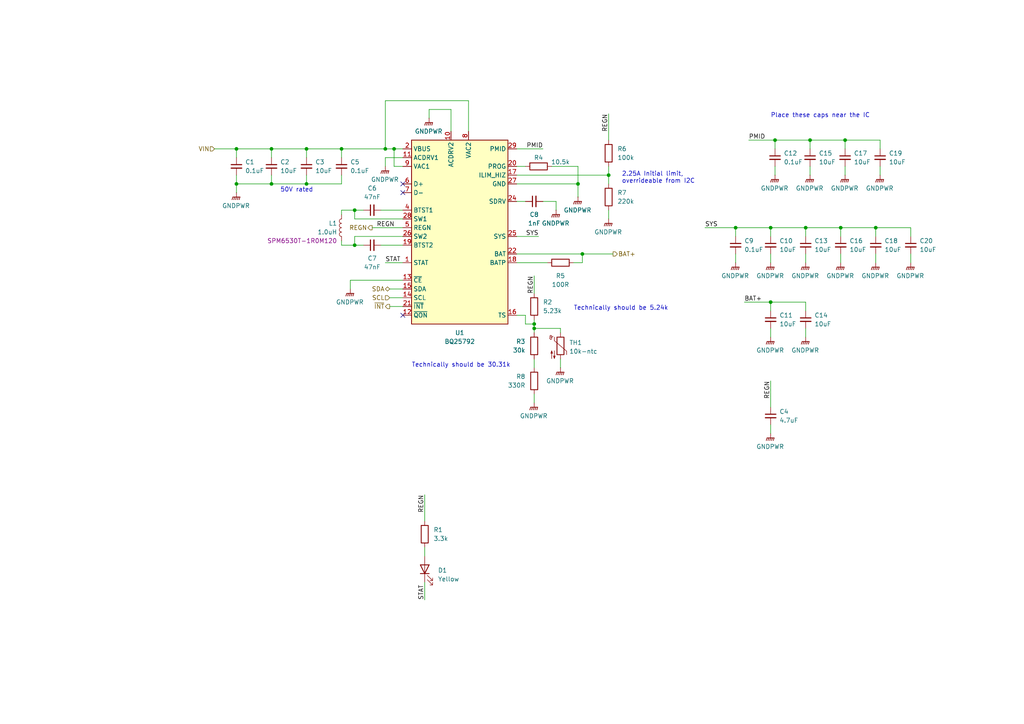
<source format=kicad_sch>
(kicad_sch (version 20250114) (generator "eeschema") (generator_version "9.0")
  (paper "A4")
  (title_block (rev "1.0"))
  (lib_symbols
    (symbol "Device:C_Small" (pin_numbers (hide yes)) (pin_names (offset 0.254) (hide yes))
      (property "Reference" "C" (at 0.254 1.778 0))
      (property "Value" "C_Small" (at 0.254 -2.032 0))
      (symbol "C_Small_0_1"
        (polyline (pts (xy -1.524 0.508) (xy 1.524 0.508)) (stroke (width 0.3048)))
        (polyline (pts (xy -1.524 -0.508) (xy 1.524 -0.508)) (stroke (width 0.3302)))
      )
      (symbol "C_Small_1_1"
        (pin passive line (at 0 2.54 270) (length 2.032) (name "~") (number "1"))
        (pin passive line (at 0 -2.54 90) (length 2.032) (name "~") (number "2"))
      )
    )
    (symbol "Device:L" (pin_numbers (hide yes)) (pin_names (offset 1.016) (hide yes))
      (property "Reference" "L" (at -1.27 0 90))
      (property "Value" "L" (at 1.905 0 90))
      (symbol "L_0_1"
        (arc (start 0 2.54) (mid 0.6323 1.905) (end 0 1.27))
        (arc (start 0 1.27) (mid 0.6323 0.635) (end 0 0))
        (arc (start 0 0) (mid 0.6323 -0.635) (end 0 -1.27))
        (arc (start 0 -1.27) (mid 0.6323 -1.905) (end 0 -2.54))
      )
      (symbol "L_1_1"
        (pin passive line (at 0 3.81 270) (length 1.27) (name "1") (number "1"))
        (pin passive line (at 0 -3.81 90) (length 1.27) (name "2") (number "2"))
      )
    )
    (symbol "Device:LED" (pin_numbers (hide yes)) (pin_names (offset 1.016) (hide yes))
      (property "Reference" "D" (at 0 2.54 0))
      (property "Value" "LED" (at 0 -2.54 0))
      (symbol "LED_0_1"
        (polyline (pts (xy -3.048 -0.762) (xy -4.572 -2.286) (xy -3.81 -2.286) (xy -4.572 -2.286) (xy -4.572 -1.524)))
        (polyline (pts (xy -1.778 -0.762) (xy -3.302 -2.286) (xy -2.54 -2.286) (xy -3.302 -2.286) (xy -3.302 -1.524)))
        (polyline (pts (xy -1.27 0) (xy 1.27 0)))
        (polyline (pts (xy -1.27 -1.27) (xy -1.27 1.27)) (stroke (width 0.254)))
        (polyline (pts (xy 1.27 -1.27) (xy 1.27 1.27) (xy -1.27 0) (xy 1.27 -1.27)) (stroke (width 0.254)))
      )
      (symbol "LED_1_1"
        (pin passive line (at -3.81 0 0) (length 2.54) (name "K") (number "1"))
        (pin passive line (at 3.81 0 180) (length 2.54) (name "A") (number "2"))
      )
    )
    (symbol "Device:R" (pin_numbers (hide yes)) (pin_names (offset 0))
      (property "Reference" "R" (at 2.032 0 90))
      (property "Value" "R" (at 0 0 90))
      (symbol "R_0_1"
        (rectangle (start -1.016 -2.54) (end 1.016 2.54) (stroke (width 0.254)))
      )
      (symbol "R_1_1"
        (pin passive line (at 0 3.81 270) (length 1.27) (name "~") (number "1"))
        (pin passive line (at 0 -3.81 90) (length 1.27) (name "~") (number "2"))
      )
    )
    (symbol "Device:Thermistor_NTC" (pin_numbers (hide yes)) (pin_names (offset 0))
      (property "Reference" "TH" (at -4.445 0 90))
      (property "Value" "Thermistor_NTC" (at 3.175 0 90))
      (symbol "Thermistor_NTC_0_1"
        (arc (start -3.175 2.413) (mid -3.0506 2.3165) (end -3.048 2.159))
        (arc (start -3.048 2.794) (mid -2.9736 2.9736) (end -2.794 3.048))
        (arc (start -2.794 3.048) (mid -2.6144 2.9736) (end -2.54 2.794))
        (arc (start -2.794 2.54) (mid -2.9736 2.6144) (end -3.048 2.794))
        (arc (start -2.794 1.905) (mid -2.9736 1.9794) (end -3.048 2.159))
        (arc (start -2.54 2.159) (mid -2.6144 1.9794) (end -2.794 1.905))
        (arc (start -2.159 2.794) (mid -2.434 2.5608) (end -2.794 2.54))
        (polyline (pts (xy -2.54 2.159) (xy -2.54 2.794)))
        (polyline (pts (xy -2.54 -3.683) (xy -2.54 -1.397) (xy -2.794 -2.159) (xy -2.286 -2.159) (xy -2.54 -1.397) (xy -2.54 -1.651)) (fill (type outline)))
        (polyline (pts (xy -1.778 2.54) (xy -1.778 1.524) (xy 1.778 -1.524) (xy 1.778 -2.54)))
        (polyline (pts (xy -1.778 -1.397) (xy -1.778 -3.683) (xy -2.032 -2.921) (xy -1.524 -2.921) (xy -1.778 -3.683) (xy -1.778 -3.429)) (fill (type outline)))
        (rectangle (start -1.016 2.54) (end 1.016 -2.54) (stroke (width 0.254)))
      )
      (symbol "Thermistor_NTC_1_1"
        (pin passive line (at 0 3.81 270) (length 1.27) (name "~") (number "1"))
        (pin passive line (at 0 -3.81 90) (length 1.27) (name "~") (number "2"))
      )
    )
    (symbol "batt-protection:BQ25792"
      (property "Reference" "U" (at -12.7 26.67 0))
      (property "Value" "BQ25792" (at 15.24 26.67 0))
      (symbol "BQ25792_0_0"
        (pin power_in line (at -16.51 22.86 0) (length 2.54) (name "VBUS") (number "2"))
        (pin input line (at -16.51 17.78 0) (length 2.54) (name "VAC1") (number "9"))
        (pin bidirectional line (at -16.51 12.7 0) (length 2.54) (name "D+") (number "6"))
        (pin bidirectional line (at -16.51 10.16 0) (length 2.54) (name "D-") (number "7"))
        (pin passive line (at -16.51 5.08 0) (length 2.54) (name "BTST1") (number "4"))
        (pin power_out line (at -16.51 2.54 0) (length 2.54) (name "SW1") (number "28"))
        (pin power_out line (at -16.51 0 0) (length 2.54) (name "REGN") (number "5"))
        (pin power_out line (at -16.51 -2.54 0) (length 2.54) (name "SW2") (number "26"))
        (pin passive line (at -16.51 -5.08 0) (length 2.54) (name "BTST2") (number "19"))
        (pin open_collector line (at -16.51 -10.16 0) (length 2.54) (name "STAT") (number "1"))
        (pin open_collector line (at -16.51 -17.78 0) (length 2.54) (name "SDA") (number "15"))
        (pin input line (at -16.51 -20.32 0) (length 2.54) (name "SCL") (number "14"))
        (pin open_collector line (at -16.51 -22.86 0) (length 2.54) (name "~{INT}") (number "21"))
        (pin open_collector line (at -16.51 -25.4 0) (length 2.54) (name "~{QON}") (number "12"))
        (pin input line (at 2.54 27.94 270) (length 2.54) (name "VAC2") (number "8"))
        (pin power_out line (at 16.51 22.86 180) (length 2.54) (name "PMID") (number "29"))
        (pin passive line (at 16.51 17.78 180) (length 2.54) (name "PROG") (number "20"))
        (pin passive line (at 16.51 15.24 180) (length 2.54) (name "ILIM_HIZ") (number "17"))
        (pin power_in line (at 16.51 12.7 180) (length 2.54) (name "GND") (number "27"))
        (pin output line (at 16.51 7.62 180) (length 2.54) (name "SDRV") (number "24"))
        (pin power_out line (at 16.51 -2.54 180) (length 2.54) (name "SYS") (number "25"))
        (pin power_out line (at 16.51 -7.62 180) (length 2.54) (name "BAT") (number "22"))
        (pin input line (at 16.51 -10.16 180) (length 2.54) (name "BATP") (number "18"))
        (pin input line (at 16.51 -25.4 180) (length 2.54) (name "TS") (number "16"))
      )
      (symbol "BQ25792_0_1"
        (rectangle (start -13.97 25.4) (end 13.97 -27.94) (stroke (width 0.254)) (fill (type background)))
      )
      (symbol "BQ25792_1_0"
        (pin power_in line (at -16.51 22.86 0) (length 2.54) (hide yes) (name "VBUS") (number "3"))
        (pin passive line (at -16.51 20.32 0) (length 2.54) (name "ACDRV1") (number "11"))
        (pin input line (at -16.51 -15.24 0) (length 2.54) (name "~{CE}") (number "13"))
        (pin passive line (at -2.54 27.94 270) (length 2.54) (name "ACDRV2") (number "10"))
        (pin power_out line (at 16.51 -7.62 180) (length 2.54) (hide yes) (name "BAT") (number "23"))
      )
    )
    (symbol "power:GNDPWR" (power) (pin_numbers (hide yes)) (pin_names (offset 0) (hide yes))
      (property "Value" "GNDPWR" (at 0 -3.302 0))
      (symbol "GNDPWR_0_1"
        (polyline (pts (xy -1.016 -1.27) (xy -1.27 -2.032) (xy -1.27 -2.032)) (stroke (width 0.2032)))
        (polyline (pts (xy -0.508 -1.27) (xy -0.762 -2.032) (xy -0.762 -2.032)) (stroke (width 0.2032)))
        (polyline (pts (xy 0 -1.27) (xy 0 0)))
        (polyline (pts (xy 0 -1.27) (xy -0.254 -2.032) (xy -0.254 -2.032)) (stroke (width 0.2032)))
        (polyline (pts (xy 0.508 -1.27) (xy 0.254 -2.032) (xy 0.254 -2.032)) (stroke (width 0.2032)))
        (polyline (pts (xy 1.016 -1.27) (xy -1.016 -1.27) (xy -1.016 -1.27)) (stroke (width 0.2032)))
        (polyline (pts (xy 1.016 -1.27) (xy 0.762 -2.032) (xy 0.762 -2.032) (xy 0.762 -2.032)) (stroke (width 0.2032)))
      )
      (symbol "GNDPWR_1_1"
        (pin power_in line (at 0 0 270) (length 0) (name "~") (number "1"))
      )
    )
  )
  (text "2.25A Initial limit,\noverrideable from I2C" (at 180.34 53.34 0) (effects (font (size 1.27 1.27)) (justify left bottom)))
  (text "Place these caps near the IC" (at 223.52 34.29 0) (effects (font (size 1.27 1.27)) (justify left bottom)))
  (text "Technically should be 30.31k" (at 119.38 106.68 0) (effects (font (size 1.27 1.27)) (justify left bottom)))
  (text "50V rated" (at 81.28 55.88 0) (effects (font (size 1.27 1.27)) (justify left bottom)))
  (text "Technically should be 5.24k" (at 166.37 90.17 0) (effects (font (size 1.27 1.27)) (justify left bottom)))
  (junction (at 78.74 53.34))
  (junction (at 111.76 43.18))
  (junction (at 223.52 87.63))
  (junction (at 234.95 40.64))
  (junction (at 88.9 53.34))
  (junction (at 154.94 93.98))
  (junction (at 88.9 43.18))
  (junction (at 176.53 50.8))
  (junction (at 223.52 66.04))
  (junction (at 243.84 66.04))
  (junction (at 114.3 43.18))
  (junction (at 254 66.04))
  (junction (at 245.11 40.64))
  (junction (at 78.74 43.18))
  (junction (at 167.64 53.34))
  (junction (at 168.91 73.66))
  (junction (at 233.68 66.04))
  (junction (at 213.36 66.04))
  (junction (at 68.58 53.34))
  (junction (at 99.06 43.18))
  (junction (at 102.87 60.96))
  (junction (at 154.94 95.25))
  (junction (at 68.58 43.18))
  (junction (at 102.87 71.12))
  (junction (at 224.79 40.64))
  (no_connect (at 116.84 55.88))
  (no_connect (at 116.84 91.44))
  (no_connect (at 116.84 53.34))
  (wire (pts (xy 135.89 29.21) (xy 111.76 29.21)))
  (wire (pts (xy 176.53 60.96) (xy 176.53 63.5)))
  (wire (pts (xy 154.94 93.98) (xy 152.4 93.98)))
  (wire (pts (xy 245.11 48.26) (xy 245.11 50.8)))
  (wire (pts (xy 168.91 76.2) (xy 166.37 76.2)))
  (wire (pts (xy 123.19 143.51) (xy 123.19 151.13)))
  (wire (pts (xy 149.86 68.58) (xy 156.21 68.58)))
  (wire (pts (xy 78.74 53.34) (xy 68.58 53.34)))
  (wire (pts (xy 234.95 40.64) (xy 245.11 40.64)))
  (wire (pts (xy 130.81 31.75) (xy 130.81 38.1)))
  (wire (pts (xy 264.16 68.58) (xy 264.16 66.04)))
  (wire (pts (xy 101.6 81.28) (xy 116.84 81.28)))
  (wire (pts (xy 154.94 80.01) (xy 154.94 85.09)))
  (wire (pts (xy 243.84 66.04) (xy 243.84 68.58)))
  (wire (pts (xy 99.06 62.23) (xy 99.06 60.96)))
  (wire (pts (xy 234.95 48.26) (xy 234.95 50.8)))
  (wire (pts (xy 99.06 60.96) (xy 102.87 60.96)))
  (wire (pts (xy 102.87 60.96) (xy 105.41 60.96)))
  (wire (pts (xy 88.9 43.18) (xy 88.9 45.72)))
  (wire (pts (xy 223.52 87.63) (xy 223.52 90.17)))
  (wire (pts (xy 152.4 93.98) (xy 152.4 91.44)))
  (wire (pts (xy 149.86 43.18) (xy 157.48 43.18)))
  (wire (pts (xy 135.89 29.21) (xy 135.89 38.1)))
  (wire (pts (xy 255.27 40.64) (xy 255.27 43.18)))
  (wire (pts (xy 68.58 53.34) (xy 68.58 50.8)))
  (wire (pts (xy 204.47 66.04) (xy 213.36 66.04)))
  (wire (pts (xy 111.76 43.18) (xy 114.3 43.18)))
  (wire (pts (xy 243.84 73.66) (xy 243.84 76.2)))
  (wire (pts (xy 233.68 95.25) (xy 233.68 97.79)))
  (wire (pts (xy 88.9 53.34) (xy 78.74 53.34)))
  (wire (pts (xy 233.68 73.66) (xy 233.68 76.2)))
  (wire (pts (xy 161.29 58.42) (xy 161.29 60.96)))
  (wire (pts (xy 149.86 50.8) (xy 176.53 50.8)))
  (wire (pts (xy 223.52 66.04) (xy 223.52 68.58)))
  (wire (pts (xy 217.17 40.64) (xy 224.79 40.64)))
  (wire (pts (xy 224.79 48.26) (xy 224.79 50.8)))
  (wire (pts (xy 99.06 71.12) (xy 102.87 71.12)))
  (wire (pts (xy 99.06 69.85) (xy 99.06 71.12)))
  (wire (pts (xy 99.06 43.18) (xy 88.9 43.18)))
  (wire (pts (xy 176.53 50.8) (xy 176.53 53.34)))
  (wire (pts (xy 99.06 50.8) (xy 99.06 53.34)))
  (wire (pts (xy 124.46 34.29) (xy 124.46 31.75)))
  (wire (pts (xy 223.52 73.66) (xy 223.52 76.2)))
  (wire (pts (xy 154.94 104.14) (xy 154.94 106.68)))
  (wire (pts (xy 101.6 83.82) (xy 101.6 81.28)))
  (wire (pts (xy 114.3 48.26) (xy 114.3 43.18)))
  (wire (pts (xy 123.19 158.75) (xy 123.19 161.29)))
  (wire (pts (xy 123.19 173.99) (xy 123.19 168.91)))
  (wire (pts (xy 233.68 66.04) (xy 243.84 66.04)))
  (wire (pts (xy 124.46 31.75) (xy 130.81 31.75)))
  (wire (pts (xy 99.06 43.18) (xy 111.76 43.18)))
  (wire (pts (xy 168.91 73.66) (xy 168.91 76.2)))
  (wire (pts (xy 111.76 45.72) (xy 111.76 48.26)))
  (wire (pts (xy 213.36 73.66) (xy 213.36 76.2)))
  (wire (pts (xy 99.06 43.18) (xy 99.06 45.72)))
  (wire (pts (xy 116.84 45.72) (xy 111.76 45.72)))
  (wire (pts (xy 68.58 45.72) (xy 68.58 43.18)))
  (wire (pts (xy 245.11 40.64) (xy 255.27 40.64)))
  (wire (pts (xy 154.94 92.71) (xy 154.94 93.98)))
  (wire (pts (xy 102.87 63.5) (xy 102.87 60.96)))
  (wire (pts (xy 264.16 73.66) (xy 264.16 76.2)))
  (wire (pts (xy 62.23 43.18) (xy 68.58 43.18)))
  (wire (pts (xy 168.91 73.66) (xy 177.8 73.66)))
  (wire (pts (xy 149.86 53.34) (xy 167.64 53.34)))
  (wire (pts (xy 110.49 71.12) (xy 116.84 71.12)))
  (wire (pts (xy 88.9 50.8) (xy 88.9 53.34)))
  (wire (pts (xy 254 66.04) (xy 254 68.58)))
  (wire (pts (xy 245.11 40.64) (xy 245.11 43.18)))
  (wire (pts (xy 149.86 76.2) (xy 158.75 76.2)))
  (wire (pts (xy 149.86 73.66) (xy 168.91 73.66)))
  (wire (pts (xy 224.79 40.64) (xy 234.95 40.64)))
  (wire (pts (xy 255.27 48.26) (xy 255.27 50.8)))
  (wire (pts (xy 102.87 68.58) (xy 102.87 71.12)))
  (wire (pts (xy 162.56 96.52) (xy 162.56 95.25)))
  (wire (pts (xy 234.95 40.64) (xy 234.95 43.18)))
  (wire (pts (xy 162.56 95.25) (xy 154.94 95.25)))
  (wire (pts (xy 149.86 48.26) (xy 152.4 48.26)))
  (wire (pts (xy 149.86 58.42) (xy 152.4 58.42)))
  (wire (pts (xy 213.36 66.04) (xy 223.52 66.04)))
  (wire (pts (xy 113.03 88.9) (xy 116.84 88.9)))
  (wire (pts (xy 233.68 66.04) (xy 233.68 68.58)))
  (wire (pts (xy 254 73.66) (xy 254 76.2)))
  (wire (pts (xy 176.53 48.26) (xy 176.53 50.8)))
  (wire (pts (xy 116.84 68.58) (xy 102.87 68.58)))
  (wire (pts (xy 223.52 123.19) (xy 223.52 125.73)))
  (wire (pts (xy 114.3 43.18) (xy 116.84 43.18)))
  (wire (pts (xy 176.53 33.02) (xy 176.53 40.64)))
  (wire (pts (xy 113.03 86.36) (xy 116.84 86.36)))
  (wire (pts (xy 68.58 43.18) (xy 78.74 43.18)))
  (wire (pts (xy 113.03 83.82) (xy 116.84 83.82)))
  (wire (pts (xy 78.74 45.72) (xy 78.74 43.18)))
  (wire (pts (xy 111.76 29.21) (xy 111.76 43.18)))
  (wire (pts (xy 102.87 71.12) (xy 105.41 71.12)))
  (wire (pts (xy 157.48 58.42) (xy 161.29 58.42)))
  (wire (pts (xy 107.95 66.04) (xy 116.84 66.04)))
  (wire (pts (xy 152.4 91.44) (xy 149.86 91.44)))
  (wire (pts (xy 254 66.04) (xy 264.16 66.04)))
  (wire (pts (xy 162.56 104.14) (xy 162.56 106.68)))
  (wire (pts (xy 99.06 53.34) (xy 88.9 53.34)))
  (wire (pts (xy 223.52 87.63) (xy 233.68 87.63)))
  (wire (pts (xy 111.76 76.2) (xy 116.84 76.2)))
  (wire (pts (xy 78.74 50.8) (xy 78.74 53.34)))
  (wire (pts (xy 243.84 66.04) (xy 254 66.04)))
  (wire (pts (xy 154.94 95.25) (xy 154.94 93.98)))
  (wire (pts (xy 167.64 48.26) (xy 167.64 53.34)))
  (wire (pts (xy 213.36 66.04) (xy 213.36 68.58)))
  (wire (pts (xy 167.64 53.34) (xy 167.64 57.15)))
  (wire (pts (xy 223.52 110.49) (xy 223.52 118.11)))
  (wire (pts (xy 110.49 60.96) (xy 116.84 60.96)))
  (wire (pts (xy 223.52 95.25) (xy 223.52 97.79)))
  (wire (pts (xy 68.58 53.34) (xy 68.58 55.88)))
  (wire (pts (xy 160.02 48.26) (xy 167.64 48.26)))
  (wire (pts (xy 223.52 66.04) (xy 233.68 66.04)))
  (wire (pts (xy 78.74 43.18) (xy 88.9 43.18)))
  (wire (pts (xy 154.94 96.52) (xy 154.94 95.25)))
  (wire (pts (xy 154.94 114.3) (xy 154.94 116.84)))
  (wire (pts (xy 233.68 87.63) (xy 233.68 90.17)))
  (wire (pts (xy 224.79 40.64) (xy 224.79 43.18)))
  (wire (pts (xy 116.84 63.5) (xy 102.87 63.5)))
  (wire (pts (xy 116.84 48.26) (xy 114.3 48.26)))
  (wire (pts (xy 215.9 87.63) (xy 223.52 87.63)))
  (label "REGN" (at 123.19 143.51 270))
  (label "REGN" (at 109.22 66.04 0))
  (label "REGN" (at 154.94 80.01 270))
  (label "STAT" (at 111.76 76.2 0))
  (label "REGN" (at 223.52 110.49 270))
  (label "REGN" (at 176.53 33.02 270))
  (label "PMID" (at 217.17 40.64 0))
  (label "BAT+" (at 215.9 87.63 0))
  (label "PMID" (at 157.48 43.18 180))
  (label "SYS" (at 204.47 66.04 0))
  (label "STAT" (at 123.19 173.99 90))
  (label "SYS" (at 156.21 68.58 180))
  (hierarchical_label "SCL" (shape input) (at 113.03 86.36 180))
  (hierarchical_label "BAT+" (shape output) (at 177.8 73.66 0) (effects (font (thickness 0.1588))))
  (hierarchical_label "~{INT}" (shape output) (at 113.03 88.9 180))
  (hierarchical_label "VIN" (shape input) (at 62.23 43.18 180) (effects (font (thickness 0.1588))))
  (hierarchical_label "SDA" (shape bidirectional) (at 113.03 83.82 180))
  (hierarchical_label "REGN" (shape output) (at 107.95 66.04 180) (effects (font (thickness 0.1588))))
  (symbol (lib_id "power:GNDPWR") (at 224.79 50.8 0) (unit 1)
    (property "Reference" "#PWR014" (effects (hide yes)))
    (property "Value" "GNDPWR" (at 224.663 54.61 0))
    (property "Description" "Power symbol creates a global label with name \"GNDPWR\" , global ground" (effects (hide yes)))
  )
  (symbol (lib_id "power:GNDPWR") (at 176.53 63.5 0) (unit 1)
    (property "Reference" "#PWR010" (effects (hide yes)))
    (property "Value" "GNDPWR" (at 176.403 67.31 0))
    (property "Description" "Power symbol creates a global label with name \"GNDPWR\" , global ground" (effects (hide yes)))
  )
  (symbol (lib_id "Device:R") (at 154.94 110.49 180) (unit 1)
    (property "Reference" "R8" (at 152.4 109.22 0) (effects (justify left)))
    (property "Value" "330R" (at 152.4 111.76 0) (effects (justify left)))
    (property "Footprint" "Resistor_SMD:R_0402_1005Metric" (effects (hide yes)))
  )
  (symbol (lib_id "Device:C_Small") (at 88.9 48.26 0) (unit 1)
    (property "Reference" "C3" (at 91.44 46.9963 0) (effects (justify left)))
    (property "Value" "10uF" (at 91.44 49.5363 0) (effects (justify left)))
    (property "Footprint" "Capacitor_SMD:C_0805_2012Metric" (effects (hide yes)))
    (property "Voltage" "50V" (effects (hide yes)))
    (property "JLC" "C440198" (effects (hide yes)))
  )
  (symbol (lib_id "Device:C_Small") (at 107.95 60.96 90) (unit 1)
    (property "Reference" "C6" (at 107.9563 54.61 90))
    (property "Value" "47nF" (at 107.9563 57.15 90))
    (property "Footprint" "Capacitor_SMD:C_0402_1005Metric" (effects (hide yes)))
    (property "LCSC" "C307339" (effects (hide yes)))
    (property "Voltage" "50V" (effects (hide yes)))
  )
  (symbol (lib_id "power:GNDPWR") (at 233.68 97.79 0) (unit 1)
    (property "Reference" "#PWR016" (effects (hide yes)))
    (property "Value" "GNDPWR" (at 233.553 101.6 0))
    (property "Description" "Power symbol creates a global label with name \"GNDPWR\" , global ground" (effects (hide yes)))
  )
  (symbol (lib_id "Device:C_Small") (at 223.52 120.65 0) (unit 1)
    (property "Reference" "C4" (at 226.06 119.3863 0) (effects (justify left)))
    (property "Value" "4.7uF" (at 226.06 121.9263 0) (effects (justify left)))
    (property "Footprint" "Capacitor_SMD:C_0402_1005Metric" (effects (hide yes)))
    (property "Voltage" "6.3V" (effects (hide yes)))
    (property "JLC" "C23733" (effects (hide yes)))
  )
  (symbol (lib_id "Device:R") (at 154.94 100.33 0) (mirror x) (unit 1)
    (property "Reference" "R3" (at 152.4 99.06 0) (effects (justify right)))
    (property "Value" "30k" (at 152.4 101.6 0) (effects (justify right)))
    (property "Footprint" "Resistor_SMD:R_0603_1608Metric" (effects (hide yes)))
  )
  (symbol (lib_id "Device:C_Small") (at 233.68 71.12 0) (unit 1)
    (property "Reference" "C13" (at 236.22 69.8563 0) (effects (justify left)))
    (property "Value" "10uF" (at 236.22 72.3963 0) (effects (justify left)))
    (property "Footprint" "Capacitor_SMD:C_0805_2012Metric" (effects (hide yes)))
    (property "Voltage" "25V" (effects (hide yes)))
    (property "JLC" "C15850" (effects (hide yes)))
  )
  (symbol (lib_id "Device:C_Small") (at 223.52 92.71 0) (unit 1)
    (property "Reference" "C11" (at 226.06 91.4463 0) (effects (justify left)))
    (property "Value" "10uF" (at 226.06 93.9863 0) (effects (justify left)))
    (property "Footprint" "Capacitor_SMD:C_0805_2012Metric" (effects (hide yes)))
    (property "Voltage" "25V" (effects (hide yes)))
    (property "JLC" "C15850" (effects (hide yes)))
  )
  (symbol (lib_id "power:GNDPWR") (at 245.11 50.8 0) (unit 1)
    (property "Reference" "#PWR019" (effects (hide yes)))
    (property "Value" "GNDPWR" (at 244.983 54.61 0))
    (property "Description" "Power symbol creates a global label with name \"GNDPWR\" , global ground" (effects (hide yes)))
  )
  (symbol (lib_id "Device:Thermistor_NTC") (at 162.56 100.33 0) (unit 1)
    (property "Reference" "TH1" (at 165.1 99.3774 0) (effects (justify left)))
    (property "Value" "10k-ntc" (at 165.1 101.9174 0) (effects (justify left)))
    (property "Footprint" "Connector_JST:JST_ZH_B2B-ZR_1x02_P1.50mm_Vertical" (effects (hide yes)))
    (property "Description" "Temperature dependent resistor, negative temperature coefficient" (effects (hide yes)))
    (property "FT Rotation Offset" "180" (effects (hide yes)))
  )
  (symbol (lib_id "Device:C_Small") (at 99.06 48.26 0) (unit 1)
    (property "Reference" "C5" (at 101.6 46.9963 0) (effects (justify left)))
    (property "Value" "0.1uF" (at 101.6 49.5363 0) (effects (justify left)))
    (property "Footprint" "Capacitor_SMD:C_0402_1005Metric" (effects (hide yes)))
    (property "Voltage" "50V" (effects (hide yes)))
    (property "JLC" "C307331" (effects (hide yes)))
  )
  (symbol (lib_id "Device:R") (at 176.53 57.15 180) (unit 1)
    (property "Reference" "R7" (at 179.07 55.88 0) (effects (justify right)))
    (property "Value" "220k" (at 179.07 58.42 0) (effects (justify right)))
    (property "Footprint" "Resistor_SMD:R_0603_1608Metric" (effects (hide yes)))
  )
  (symbol (lib_id "power:GNDPWR") (at 213.36 76.2 0) (unit 1)
    (property "Reference" "#PWR011" (effects (hide yes)))
    (property "Value" "GNDPWR" (at 213.233 80.01 0))
    (property "Description" "Power symbol creates a global label with name \"GNDPWR\" , global ground" (effects (hide yes)))
  )
  (symbol (lib_id "power:GNDPWR") (at 223.52 125.73 0) (unit 1)
    (property "Reference" "#PWR02" (effects (hide yes)))
    (property "Value" "GNDPWR" (at 223.393 129.54 0))
    (property "Description" "Power symbol creates a global label with name \"GNDPWR\" , global ground" (effects (hide yes)))
  )
  (symbol (lib_id "power:GNDPWR") (at 223.52 76.2 0) (unit 1)
    (property "Reference" "#PWR012" (effects (hide yes)))
    (property "Value" "GNDPWR" (at 223.393 80.01 0))
    (property "Description" "Power symbol creates a global label with name \"GNDPWR\" , global ground" (effects (hide yes)))
  )
  (symbol (lib_id "Device:C_Small") (at 78.74 48.26 0) (unit 1)
    (property "Reference" "C2" (at 81.28 46.9963 0) (effects (justify left)))
    (property "Value" "10uF" (at 81.28 49.5363 0) (effects (justify left)))
    (property "Footprint" "Capacitor_SMD:C_0805_2012Metric" (effects (hide yes)))
    (property "Voltage" "50V" (effects (hide yes)))
    (property "JLC" "C440198" (effects (hide yes)))
  )
  (symbol (lib_id "Device:L") (at 99.06 66.04 0) (mirror y) (unit 1)
    (property "Reference" "L1" (at 97.79 64.77 0) (effects (justify left)))
    (property "Value" "1.0uH" (at 97.79 67.31 0) (effects (justify left)))
    (property "Footprint" "Charger:TDK-SPM6530T" (effects (hide yes)))
    (property "Datasheet" "https://product.tdk.com/en/system/files?file=dam/doc/product/inductor/inductor/smd/catalog/inductor_commercial_power_spm6530_en.pdf" (effects (hide yes)))
    (property "MFR" "SPM6530T-1R0M120" (at 87.63 69.85 0))
    (property "LCSC" "C87572" (effects (hide yes)))
  )
  (symbol (lib_id "Device:C_Small") (at 154.94 58.42 90) (unit 1)
    (property "Reference" "C8" (at 154.9463 62.23 90))
    (property "Value" "1nF" (at 154.9463 64.77 90))
    (property "Footprint" "Capacitor_SMD:C_0402_1005Metric" (effects (hide yes)))
    (property "Voltage" "50V" (effects (hide yes)))
    (property "JLC" "C1523" (effects (hide yes)))
  )
  (symbol (lib_id "Device:C_Small") (at 245.11 45.72 0) (unit 1)
    (property "Reference" "C17" (at 247.65 44.4563 0) (effects (justify left)))
    (property "Value" "10uF" (at 247.65 46.9963 0) (effects (justify left)))
    (property "Footprint" "Capacitor_SMD:C_0805_2012Metric" (effects (hide yes)))
    (property "Voltage" "25V" (effects (hide yes)))
    (property "JLC" "C15850" (effects (hide yes)))
  )
  (symbol (lib_id "Device:C_Small") (at 254 71.12 0) (unit 1)
    (property "Reference" "C18" (at 256.54 69.8563 0) (effects (justify left)))
    (property "Value" "10uF" (at 256.54 72.3963 0) (effects (justify left)))
    (property "Footprint" "Capacitor_SMD:C_0805_2012Metric" (effects (hide yes)))
    (property "Voltage" "25V" (effects (hide yes)))
    (property "JLC" "C15850" (effects (hide yes)))
  )
  (symbol (lib_id "power:GNDPWR") (at 154.94 116.84 0) (unit 1)
    (property "Reference" "#PWR06" (effects (hide yes)))
    (property "Value" "GNDPWR" (at 154.813 120.65 0))
    (property "Description" "Power symbol creates a global label with name \"GNDPWR\" , global ground" (effects (hide yes)))
  )
  (symbol (lib_id "power:GNDPWR") (at 167.64 57.15 0) (unit 1)
    (property "Reference" "#PWR09" (effects (hide yes)))
    (property "Value" "GNDPWR" (at 167.513 60.96 0))
    (property "Description" "Power symbol creates a global label with name \"GNDPWR\" , global ground" (effects (hide yes)))
  )
  (symbol (lib_id "power:GNDPWR") (at 255.27 50.8 0) (unit 1)
    (property "Reference" "#PWR021" (effects (hide yes)))
    (property "Value" "GNDPWR" (at 255.143 54.61 0))
    (property "Description" "Power symbol creates a global label with name \"GNDPWR\" , global ground" (effects (hide yes)))
  )
  (symbol (lib_id "power:GNDPWR") (at 111.76 48.26 0) (unit 1)
    (property "Reference" "#PWR04" (effects (hide yes)))
    (property "Value" "GNDPWR" (at 111.633 52.07 0))
    (property "Description" "Power symbol creates a global label with name \"GNDPWR\" , global ground" (effects (hide yes)))
  )
  (symbol (lib_id "power:GNDPWR") (at 68.58 55.88 0) (unit 1)
    (property "Reference" "#PWR01" (effects (hide yes)))
    (property "Value" "GNDPWR" (at 68.453 59.69 0))
    (property "Description" "Power symbol creates a global label with name \"GNDPWR\" , global ground" (effects (hide yes)))
  )
  (symbol (lib_id "Device:C_Small") (at 213.36 71.12 0) (unit 1)
    (property "Reference" "C9" (at 215.9 69.8563 0) (effects (justify left)))
    (property "Value" "0.1uF" (at 215.9 72.3963 0) (effects (justify left)))
    (property "Footprint" "Capacitor_SMD:C_0402_1005Metric" (effects (hide yes)))
    (property "Voltage" "50V" (effects (hide yes)))
    (property "JLC" "C307331" (effects (hide yes)))
  )
  (symbol (lib_id "power:GNDPWR") (at 234.95 50.8 0) (unit 1)
    (property "Reference" "#PWR017" (effects (hide yes)))
    (property "Value" "GNDPWR" (at 234.823 54.61 0))
    (property "Description" "Power symbol creates a global label with name \"GNDPWR\" , global ground" (effects (hide yes)))
  )
  (symbol (lib_id "power:GNDPWR") (at 124.46 34.29 0) (unit 1)
    (property "Reference" "#PWR05" (effects (hide yes)))
    (property "Value" "GNDPWR" (at 124.333 38.1 0))
    (property "Description" "Power symbol creates a global label with name \"GNDPWR\" , global ground" (effects (hide yes)))
  )
  (symbol (lib_id "power:GNDPWR") (at 223.52 97.79 0) (unit 1)
    (property "Reference" "#PWR013" (effects (hide yes)))
    (property "Value" "GNDPWR" (at 223.393 101.6 0))
    (property "Description" "Power symbol creates a global label with name \"GNDPWR\" , global ground" (effects (hide yes)))
  )
  (symbol (lib_id "Device:C_Small") (at 233.68 92.71 0) (unit 1)
    (property "Reference" "C14" (at 236.22 91.4463 0) (effects (justify left)))
    (property "Value" "10uF" (at 236.22 93.9863 0) (effects (justify left)))
    (property "Footprint" "Capacitor_SMD:C_0805_2012Metric" (effects (hide yes)))
    (property "Voltage" "25V" (effects (hide yes)))
    (property "JLC" "C15850" (effects (hide yes)))
  )
  (symbol (lib_id "Device:C_Small") (at 224.79 45.72 0) (unit 1)
    (property "Reference" "C12" (at 227.33 44.4563 0) (effects (justify left)))
    (property "Value" "0.1uF" (at 227.33 46.9963 0) (effects (justify left)))
    (property "Footprint" "Capacitor_SMD:C_0402_1005Metric" (effects (hide yes)))
    (property "Voltage" "50V" (effects (hide yes)))
    (property "JLC" "C307331" (effects (hide yes)))
  )
  (symbol (lib_id "Device:C_Small") (at 264.16 71.12 0) (unit 1)
    (property "Reference" "C20" (at 266.7 69.8563 0) (effects (justify left)))
    (property "Value" "10uF" (at 266.7 72.3963 0) (effects (justify left)))
    (property "Footprint" "Capacitor_SMD:C_0805_2012Metric" (effects (hide yes)))
    (property "Voltage" "25V" (effects (hide yes)))
    (property "JLC" "C15850" (effects (hide yes)))
  )
  (symbol (lib_id "power:GNDPWR") (at 233.68 76.2 0) (unit 1)
    (property "Reference" "#PWR015" (effects (hide yes)))
    (property "Value" "GNDPWR" (at 233.553 80.01 0))
    (property "Description" "Power symbol creates a global label with name \"GNDPWR\" , global ground" (effects (hide yes)))
  )
  (symbol (lib_id "Device:R") (at 156.21 48.26 270) (unit 1)
    (property "Reference" "R4" (at 156.21 45.72 90))
    (property "Value" "10.5k" (at 162.56 46.99 90))
    (property "Footprint" "Resistor_SMD:R_0603_1608Metric" (effects (hide yes)))
    (property "LCSC" "C100712" (effects (hide yes)))
  )
  (symbol (lib_id "Device:LED") (at 123.19 165.1 90) (unit 1)
    (property "Reference" "D1" (at 127 165.4175 90) (effects (justify right)))
    (property "Value" "Yellow" (at 127 167.9575 90) (effects (justify right)))
    (property "Footprint" "LED_SMD:LED_0805_2012Metric" (effects (hide yes)))
    (property "Description" "Light emitting diode" (effects (hide yes)))
    (property "JLC" "C2296" (effects (hide yes)))
    (property "Sim.Pins" "1=K 2=A" (effects (hide yes)))
  )
  (symbol (lib_id "power:GNDPWR") (at 254 76.2 0) (unit 1)
    (property "Reference" "#PWR020" (effects (hide yes)))
    (property "Value" "GNDPWR" (at 253.873 80.01 0))
    (property "Description" "Power symbol creates a global label with name \"GNDPWR\" , global ground" (effects (hide yes)))
  )
  (symbol (lib_id "power:GNDPWR") (at 161.29 60.96 0) (unit 1)
    (property "Reference" "#PWR07" (effects (hide yes)))
    (property "Value" "GNDPWR" (at 161.163 64.77 0))
    (property "Description" "Power symbol creates a global label with name \"GNDPWR\" , global ground" (effects (hide yes)))
  )
  (symbol (lib_id "power:GNDPWR") (at 101.6 83.82 0) (unit 1)
    (property "Reference" "#PWR03" (effects (hide yes)))
    (property "Value" "GNDPWR" (at 101.473 87.63 0))
    (property "Description" "Power symbol creates a global label with name \"GNDPWR\" , global ground" (effects (hide yes)))
  )
  (symbol (lib_id "Device:C_Small") (at 243.84 71.12 0) (unit 1)
    (property "Reference" "C16" (at 246.38 69.8563 0) (effects (justify left)))
    (property "Value" "10uF" (at 246.38 72.3963 0) (effects (justify left)))
    (property "Footprint" "Capacitor_SMD:C_0805_2012Metric" (effects (hide yes)))
    (property "Voltage" "25V" (effects (hide yes)))
    (property "JLC" "C15850" (effects (hide yes)))
  )
  (symbol (lib_id "Device:R") (at 176.53 44.45 180) (unit 1)
    (property "Reference" "R6" (at 179.07 43.18 0) (effects (justify right)))
    (property "Value" "100k" (at 179.07 45.72 0) (effects (justify right)))
    (property "Footprint" "Resistor_SMD:R_0402_1005Metric" (effects (hide yes)))
  )
  (symbol (lib_id "Device:C_Small") (at 255.27 45.72 0) (unit 1)
    (property "Reference" "C19" (at 257.81 44.4563 0) (effects (justify left)))
    (property "Value" "10uF" (at 257.81 46.9963 0) (effects (justify left)))
    (property "Footprint" "Capacitor_SMD:C_0805_2012Metric" (effects (hide yes)))
    (property "Voltage" "25V" (effects (hide yes)))
    (property "JLC" "C15850" (effects (hide yes)))
  )
  (symbol (lib_id "Device:C_Small") (at 107.95 71.12 90) (unit 1)
    (property "Reference" "C7" (at 107.9563 74.93 90))
    (property "Value" "47nF" (at 107.9563 77.47 90))
    (property "Footprint" "Capacitor_SMD:C_0402_1005Metric" (effects (hide yes)))
    (property "LCSC" "C307339" (effects (hide yes)))
    (property "Voltage" "50V" (effects (hide yes)))
  )
  (symbol (lib_id "Device:C_Small") (at 223.52 71.12 0) (unit 1)
    (property "Reference" "C10" (at 226.06 69.8563 0) (effects (justify left)))
    (property "Value" "10uF" (at 226.06 72.3963 0) (effects (justify left)))
    (property "Footprint" "Capacitor_SMD:C_0805_2012Metric" (effects (hide yes)))
    (property "Voltage" "25V" (effects (hide yes)))
    (property "JLC" "C15850" (effects (hide yes)))
  )
  (symbol (lib_id "power:GNDPWR") (at 243.84 76.2 0) (unit 1)
    (property "Reference" "#PWR018" (effects (hide yes)))
    (property "Value" "GNDPWR" (at 243.713 80.01 0))
    (property "Description" "Power symbol creates a global label with name \"GNDPWR\" , global ground" (effects (hide yes)))
  )
  (symbol (lib_id "Device:R") (at 154.94 88.9 180) (unit 1)
    (property "Reference" "R2" (at 157.48 87.63 0) (effects (justify right)))
    (property "Value" "5.23k" (at 157.48 90.17 0) (effects (justify right)))
    (property "Footprint" "Resistor_SMD:R_0603_1608Metric" (effects (hide yes)))
    (property "LCSC" "C5140106" (effects (hide yes)))
  )
  (symbol (lib_id "power:GNDPWR") (at 264.16 76.2 0) (unit 1)
    (property "Reference" "#PWR022" (effects (hide yes)))
    (property "Value" "GNDPWR" (at 264.033 80.01 0))
    (property "Description" "Power symbol creates a global label with name \"GNDPWR\" , global ground" (effects (hide yes)))
  )
  (symbol (lib_id "Device:C_Small") (at 234.95 45.72 0) (unit 1)
    (property "Reference" "C15" (at 237.49 44.4563 0) (effects (justify left)))
    (property "Value" "10uF" (at 237.49 46.9963 0) (effects (justify left)))
    (property "Footprint" "Capacitor_SMD:C_0805_2012Metric" (effects (hide yes)))
    (property "Voltage" "25V" (effects (hide yes)))
    (property "JLC" "C15850" (effects (hide yes)))
  )
  (symbol (lib_id "Device:R") (at 162.56 76.2 270) (unit 1)
    (property "Reference" "R5" (at 162.56 80.01 90))
    (property "Value" "100R" (at 162.56 82.55 90))
    (property "Footprint" "Resistor_SMD:R_0402_1005Metric" (effects (hide yes)))
  )
  (symbol (lib_id "Device:C_Small") (at 68.58 48.26 0) (unit 1)
    (property "Reference" "C1" (at 71.12 46.9963 0) (effects (justify left)))
    (property "Value" "0.1uF" (at 71.12 49.5363 0) (effects (justify left)))
    (property "Footprint" "Capacitor_SMD:C_0402_1005Metric" (effects (hide yes)))
    (property "Voltage" "50V" (effects (hide yes)))
    (property "JLC" "C307331" (effects (hide yes)))
  )
  (symbol (lib_id "power:GNDPWR") (at 162.56 106.68 0) (unit 1)
    (property "Reference" "#PWR08" (effects (hide yes)))
    (property "Value" "GNDPWR" (at 162.433 110.49 0))
    (property "Description" "Power symbol creates a global label with name \"GNDPWR\" , global ground" (effects (hide yes)))
  )
  (symbol (lib_id "Device:R") (at 123.19 154.94 180) (unit 1)
    (property "Reference" "R1" (at 125.73 153.67 0) (effects (justify right)))
    (property "Value" "3.3k" (at 125.73 156.21 0) (effects (justify right)))
    (property "Footprint" "Resistor_SMD:R_0402_1005Metric" (effects (hide yes)))
  )
  (symbol (lib_id "batt-protection:BQ25792") (at 133.35 66.04 0) (unit 1)
    (property "Reference" "U1" (at 133.35 96.52 0))
    (property "Value" "BQ25792" (at 133.35 99.06 0))
    (property "Footprint" "Charger:VQFN29-HR" (effects (hide yes)))
    (property "Datasheet" "https://www.ti.com/lit/ds/symlink/bq25792.pdf" (effects (hide yes)))
    (property "LCSC" "C2862876" (effects (hide yes)))
  )
)
</source>
